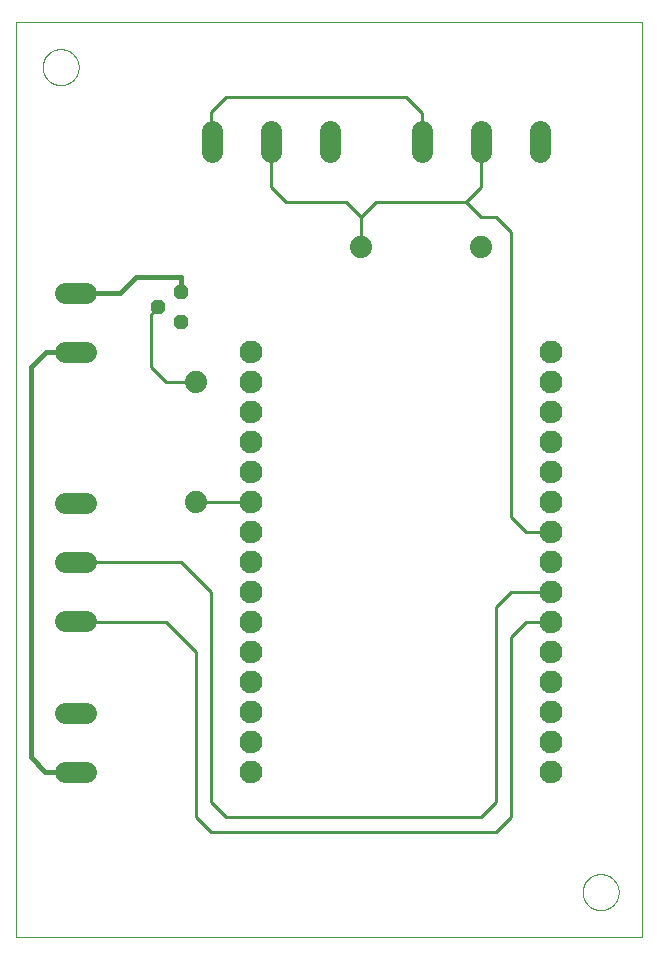
<source format=gtl>
G75*
%MOIN*%
%OFA0B0*%
%FSLAX25Y25*%
%IPPOS*%
%LPD*%
%AMOC8*
5,1,8,0,0,1.08239X$1,22.5*
%
%ADD10C,0.00000*%
%ADD11C,0.07050*%
%ADD12C,0.07400*%
%ADD13OC8,0.04800*%
%ADD14C,0.07600*%
%ADD15C,0.01600*%
%ADD16C,0.01000*%
D10*
X0001500Y0003000D02*
X0001500Y0307961D01*
X0210201Y0307961D01*
X0210201Y0003000D01*
X0001500Y0003000D01*
X0190500Y0018000D02*
X0190502Y0018154D01*
X0190508Y0018309D01*
X0190518Y0018463D01*
X0190532Y0018617D01*
X0190550Y0018770D01*
X0190571Y0018923D01*
X0190597Y0019076D01*
X0190627Y0019227D01*
X0190660Y0019378D01*
X0190698Y0019528D01*
X0190739Y0019677D01*
X0190784Y0019825D01*
X0190833Y0019971D01*
X0190886Y0020117D01*
X0190942Y0020260D01*
X0191002Y0020403D01*
X0191066Y0020543D01*
X0191133Y0020683D01*
X0191204Y0020820D01*
X0191278Y0020955D01*
X0191356Y0021089D01*
X0191437Y0021220D01*
X0191522Y0021349D01*
X0191610Y0021477D01*
X0191701Y0021601D01*
X0191795Y0021724D01*
X0191893Y0021844D01*
X0191993Y0021961D01*
X0192097Y0022076D01*
X0192203Y0022188D01*
X0192312Y0022297D01*
X0192424Y0022403D01*
X0192539Y0022507D01*
X0192656Y0022607D01*
X0192776Y0022705D01*
X0192899Y0022799D01*
X0193023Y0022890D01*
X0193151Y0022978D01*
X0193280Y0023063D01*
X0193411Y0023144D01*
X0193545Y0023222D01*
X0193680Y0023296D01*
X0193817Y0023367D01*
X0193957Y0023434D01*
X0194097Y0023498D01*
X0194240Y0023558D01*
X0194383Y0023614D01*
X0194529Y0023667D01*
X0194675Y0023716D01*
X0194823Y0023761D01*
X0194972Y0023802D01*
X0195122Y0023840D01*
X0195273Y0023873D01*
X0195424Y0023903D01*
X0195577Y0023929D01*
X0195730Y0023950D01*
X0195883Y0023968D01*
X0196037Y0023982D01*
X0196191Y0023992D01*
X0196346Y0023998D01*
X0196500Y0024000D01*
X0196654Y0023998D01*
X0196809Y0023992D01*
X0196963Y0023982D01*
X0197117Y0023968D01*
X0197270Y0023950D01*
X0197423Y0023929D01*
X0197576Y0023903D01*
X0197727Y0023873D01*
X0197878Y0023840D01*
X0198028Y0023802D01*
X0198177Y0023761D01*
X0198325Y0023716D01*
X0198471Y0023667D01*
X0198617Y0023614D01*
X0198760Y0023558D01*
X0198903Y0023498D01*
X0199043Y0023434D01*
X0199183Y0023367D01*
X0199320Y0023296D01*
X0199455Y0023222D01*
X0199589Y0023144D01*
X0199720Y0023063D01*
X0199849Y0022978D01*
X0199977Y0022890D01*
X0200101Y0022799D01*
X0200224Y0022705D01*
X0200344Y0022607D01*
X0200461Y0022507D01*
X0200576Y0022403D01*
X0200688Y0022297D01*
X0200797Y0022188D01*
X0200903Y0022076D01*
X0201007Y0021961D01*
X0201107Y0021844D01*
X0201205Y0021724D01*
X0201299Y0021601D01*
X0201390Y0021477D01*
X0201478Y0021349D01*
X0201563Y0021220D01*
X0201644Y0021089D01*
X0201722Y0020955D01*
X0201796Y0020820D01*
X0201867Y0020683D01*
X0201934Y0020543D01*
X0201998Y0020403D01*
X0202058Y0020260D01*
X0202114Y0020117D01*
X0202167Y0019971D01*
X0202216Y0019825D01*
X0202261Y0019677D01*
X0202302Y0019528D01*
X0202340Y0019378D01*
X0202373Y0019227D01*
X0202403Y0019076D01*
X0202429Y0018923D01*
X0202450Y0018770D01*
X0202468Y0018617D01*
X0202482Y0018463D01*
X0202492Y0018309D01*
X0202498Y0018154D01*
X0202500Y0018000D01*
X0202498Y0017846D01*
X0202492Y0017691D01*
X0202482Y0017537D01*
X0202468Y0017383D01*
X0202450Y0017230D01*
X0202429Y0017077D01*
X0202403Y0016924D01*
X0202373Y0016773D01*
X0202340Y0016622D01*
X0202302Y0016472D01*
X0202261Y0016323D01*
X0202216Y0016175D01*
X0202167Y0016029D01*
X0202114Y0015883D01*
X0202058Y0015740D01*
X0201998Y0015597D01*
X0201934Y0015457D01*
X0201867Y0015317D01*
X0201796Y0015180D01*
X0201722Y0015045D01*
X0201644Y0014911D01*
X0201563Y0014780D01*
X0201478Y0014651D01*
X0201390Y0014523D01*
X0201299Y0014399D01*
X0201205Y0014276D01*
X0201107Y0014156D01*
X0201007Y0014039D01*
X0200903Y0013924D01*
X0200797Y0013812D01*
X0200688Y0013703D01*
X0200576Y0013597D01*
X0200461Y0013493D01*
X0200344Y0013393D01*
X0200224Y0013295D01*
X0200101Y0013201D01*
X0199977Y0013110D01*
X0199849Y0013022D01*
X0199720Y0012937D01*
X0199589Y0012856D01*
X0199455Y0012778D01*
X0199320Y0012704D01*
X0199183Y0012633D01*
X0199043Y0012566D01*
X0198903Y0012502D01*
X0198760Y0012442D01*
X0198617Y0012386D01*
X0198471Y0012333D01*
X0198325Y0012284D01*
X0198177Y0012239D01*
X0198028Y0012198D01*
X0197878Y0012160D01*
X0197727Y0012127D01*
X0197576Y0012097D01*
X0197423Y0012071D01*
X0197270Y0012050D01*
X0197117Y0012032D01*
X0196963Y0012018D01*
X0196809Y0012008D01*
X0196654Y0012002D01*
X0196500Y0012000D01*
X0196346Y0012002D01*
X0196191Y0012008D01*
X0196037Y0012018D01*
X0195883Y0012032D01*
X0195730Y0012050D01*
X0195577Y0012071D01*
X0195424Y0012097D01*
X0195273Y0012127D01*
X0195122Y0012160D01*
X0194972Y0012198D01*
X0194823Y0012239D01*
X0194675Y0012284D01*
X0194529Y0012333D01*
X0194383Y0012386D01*
X0194240Y0012442D01*
X0194097Y0012502D01*
X0193957Y0012566D01*
X0193817Y0012633D01*
X0193680Y0012704D01*
X0193545Y0012778D01*
X0193411Y0012856D01*
X0193280Y0012937D01*
X0193151Y0013022D01*
X0193023Y0013110D01*
X0192899Y0013201D01*
X0192776Y0013295D01*
X0192656Y0013393D01*
X0192539Y0013493D01*
X0192424Y0013597D01*
X0192312Y0013703D01*
X0192203Y0013812D01*
X0192097Y0013924D01*
X0191993Y0014039D01*
X0191893Y0014156D01*
X0191795Y0014276D01*
X0191701Y0014399D01*
X0191610Y0014523D01*
X0191522Y0014651D01*
X0191437Y0014780D01*
X0191356Y0014911D01*
X0191278Y0015045D01*
X0191204Y0015180D01*
X0191133Y0015317D01*
X0191066Y0015457D01*
X0191002Y0015597D01*
X0190942Y0015740D01*
X0190886Y0015883D01*
X0190833Y0016029D01*
X0190784Y0016175D01*
X0190739Y0016323D01*
X0190698Y0016472D01*
X0190660Y0016622D01*
X0190627Y0016773D01*
X0190597Y0016924D01*
X0190571Y0017077D01*
X0190550Y0017230D01*
X0190532Y0017383D01*
X0190518Y0017537D01*
X0190508Y0017691D01*
X0190502Y0017846D01*
X0190500Y0018000D01*
X0010500Y0293000D02*
X0010502Y0293154D01*
X0010508Y0293309D01*
X0010518Y0293463D01*
X0010532Y0293617D01*
X0010550Y0293770D01*
X0010571Y0293923D01*
X0010597Y0294076D01*
X0010627Y0294227D01*
X0010660Y0294378D01*
X0010698Y0294528D01*
X0010739Y0294677D01*
X0010784Y0294825D01*
X0010833Y0294971D01*
X0010886Y0295117D01*
X0010942Y0295260D01*
X0011002Y0295403D01*
X0011066Y0295543D01*
X0011133Y0295683D01*
X0011204Y0295820D01*
X0011278Y0295955D01*
X0011356Y0296089D01*
X0011437Y0296220D01*
X0011522Y0296349D01*
X0011610Y0296477D01*
X0011701Y0296601D01*
X0011795Y0296724D01*
X0011893Y0296844D01*
X0011993Y0296961D01*
X0012097Y0297076D01*
X0012203Y0297188D01*
X0012312Y0297297D01*
X0012424Y0297403D01*
X0012539Y0297507D01*
X0012656Y0297607D01*
X0012776Y0297705D01*
X0012899Y0297799D01*
X0013023Y0297890D01*
X0013151Y0297978D01*
X0013280Y0298063D01*
X0013411Y0298144D01*
X0013545Y0298222D01*
X0013680Y0298296D01*
X0013817Y0298367D01*
X0013957Y0298434D01*
X0014097Y0298498D01*
X0014240Y0298558D01*
X0014383Y0298614D01*
X0014529Y0298667D01*
X0014675Y0298716D01*
X0014823Y0298761D01*
X0014972Y0298802D01*
X0015122Y0298840D01*
X0015273Y0298873D01*
X0015424Y0298903D01*
X0015577Y0298929D01*
X0015730Y0298950D01*
X0015883Y0298968D01*
X0016037Y0298982D01*
X0016191Y0298992D01*
X0016346Y0298998D01*
X0016500Y0299000D01*
X0016654Y0298998D01*
X0016809Y0298992D01*
X0016963Y0298982D01*
X0017117Y0298968D01*
X0017270Y0298950D01*
X0017423Y0298929D01*
X0017576Y0298903D01*
X0017727Y0298873D01*
X0017878Y0298840D01*
X0018028Y0298802D01*
X0018177Y0298761D01*
X0018325Y0298716D01*
X0018471Y0298667D01*
X0018617Y0298614D01*
X0018760Y0298558D01*
X0018903Y0298498D01*
X0019043Y0298434D01*
X0019183Y0298367D01*
X0019320Y0298296D01*
X0019455Y0298222D01*
X0019589Y0298144D01*
X0019720Y0298063D01*
X0019849Y0297978D01*
X0019977Y0297890D01*
X0020101Y0297799D01*
X0020224Y0297705D01*
X0020344Y0297607D01*
X0020461Y0297507D01*
X0020576Y0297403D01*
X0020688Y0297297D01*
X0020797Y0297188D01*
X0020903Y0297076D01*
X0021007Y0296961D01*
X0021107Y0296844D01*
X0021205Y0296724D01*
X0021299Y0296601D01*
X0021390Y0296477D01*
X0021478Y0296349D01*
X0021563Y0296220D01*
X0021644Y0296089D01*
X0021722Y0295955D01*
X0021796Y0295820D01*
X0021867Y0295683D01*
X0021934Y0295543D01*
X0021998Y0295403D01*
X0022058Y0295260D01*
X0022114Y0295117D01*
X0022167Y0294971D01*
X0022216Y0294825D01*
X0022261Y0294677D01*
X0022302Y0294528D01*
X0022340Y0294378D01*
X0022373Y0294227D01*
X0022403Y0294076D01*
X0022429Y0293923D01*
X0022450Y0293770D01*
X0022468Y0293617D01*
X0022482Y0293463D01*
X0022492Y0293309D01*
X0022498Y0293154D01*
X0022500Y0293000D01*
X0022498Y0292846D01*
X0022492Y0292691D01*
X0022482Y0292537D01*
X0022468Y0292383D01*
X0022450Y0292230D01*
X0022429Y0292077D01*
X0022403Y0291924D01*
X0022373Y0291773D01*
X0022340Y0291622D01*
X0022302Y0291472D01*
X0022261Y0291323D01*
X0022216Y0291175D01*
X0022167Y0291029D01*
X0022114Y0290883D01*
X0022058Y0290740D01*
X0021998Y0290597D01*
X0021934Y0290457D01*
X0021867Y0290317D01*
X0021796Y0290180D01*
X0021722Y0290045D01*
X0021644Y0289911D01*
X0021563Y0289780D01*
X0021478Y0289651D01*
X0021390Y0289523D01*
X0021299Y0289399D01*
X0021205Y0289276D01*
X0021107Y0289156D01*
X0021007Y0289039D01*
X0020903Y0288924D01*
X0020797Y0288812D01*
X0020688Y0288703D01*
X0020576Y0288597D01*
X0020461Y0288493D01*
X0020344Y0288393D01*
X0020224Y0288295D01*
X0020101Y0288201D01*
X0019977Y0288110D01*
X0019849Y0288022D01*
X0019720Y0287937D01*
X0019589Y0287856D01*
X0019455Y0287778D01*
X0019320Y0287704D01*
X0019183Y0287633D01*
X0019043Y0287566D01*
X0018903Y0287502D01*
X0018760Y0287442D01*
X0018617Y0287386D01*
X0018471Y0287333D01*
X0018325Y0287284D01*
X0018177Y0287239D01*
X0018028Y0287198D01*
X0017878Y0287160D01*
X0017727Y0287127D01*
X0017576Y0287097D01*
X0017423Y0287071D01*
X0017270Y0287050D01*
X0017117Y0287032D01*
X0016963Y0287018D01*
X0016809Y0287008D01*
X0016654Y0287002D01*
X0016500Y0287000D01*
X0016346Y0287002D01*
X0016191Y0287008D01*
X0016037Y0287018D01*
X0015883Y0287032D01*
X0015730Y0287050D01*
X0015577Y0287071D01*
X0015424Y0287097D01*
X0015273Y0287127D01*
X0015122Y0287160D01*
X0014972Y0287198D01*
X0014823Y0287239D01*
X0014675Y0287284D01*
X0014529Y0287333D01*
X0014383Y0287386D01*
X0014240Y0287442D01*
X0014097Y0287502D01*
X0013957Y0287566D01*
X0013817Y0287633D01*
X0013680Y0287704D01*
X0013545Y0287778D01*
X0013411Y0287856D01*
X0013280Y0287937D01*
X0013151Y0288022D01*
X0013023Y0288110D01*
X0012899Y0288201D01*
X0012776Y0288295D01*
X0012656Y0288393D01*
X0012539Y0288493D01*
X0012424Y0288597D01*
X0012312Y0288703D01*
X0012203Y0288812D01*
X0012097Y0288924D01*
X0011993Y0289039D01*
X0011893Y0289156D01*
X0011795Y0289276D01*
X0011701Y0289399D01*
X0011610Y0289523D01*
X0011522Y0289651D01*
X0011437Y0289780D01*
X0011356Y0289911D01*
X0011278Y0290045D01*
X0011204Y0290180D01*
X0011133Y0290317D01*
X0011066Y0290457D01*
X0011002Y0290597D01*
X0010942Y0290740D01*
X0010886Y0290883D01*
X0010833Y0291029D01*
X0010784Y0291175D01*
X0010739Y0291323D01*
X0010698Y0291472D01*
X0010660Y0291622D01*
X0010627Y0291773D01*
X0010597Y0291924D01*
X0010571Y0292077D01*
X0010550Y0292230D01*
X0010532Y0292383D01*
X0010518Y0292537D01*
X0010508Y0292691D01*
X0010502Y0292846D01*
X0010500Y0293000D01*
D11*
X0017975Y0217843D02*
X0025025Y0217843D01*
X0025025Y0198157D02*
X0017975Y0198157D01*
X0017896Y0147685D02*
X0024946Y0147685D01*
X0024946Y0128000D02*
X0017896Y0128000D01*
X0017896Y0108315D02*
X0024946Y0108315D01*
X0025025Y0077843D02*
X0017975Y0077843D01*
X0017975Y0058157D02*
X0025025Y0058157D01*
X0066815Y0264554D02*
X0066815Y0271604D01*
X0086500Y0271604D02*
X0086500Y0264554D01*
X0106185Y0264554D02*
X0106185Y0271604D01*
X0136815Y0271604D02*
X0136815Y0264554D01*
X0156500Y0264554D02*
X0156500Y0271604D01*
X0176185Y0271604D02*
X0176185Y0264554D01*
D12*
X0156500Y0233000D03*
X0116500Y0233000D03*
X0061500Y0188000D03*
X0061500Y0148000D03*
D13*
X0056500Y0208000D03*
X0049000Y0213000D03*
X0056500Y0218000D03*
D14*
X0079787Y0197961D03*
X0079787Y0187961D03*
X0079787Y0177961D03*
X0079787Y0167961D03*
X0079787Y0157961D03*
X0079787Y0147961D03*
X0079787Y0137961D03*
X0079787Y0127961D03*
X0079787Y0117961D03*
X0079787Y0107961D03*
X0079787Y0097961D03*
X0079787Y0087961D03*
X0079787Y0077961D03*
X0079787Y0067961D03*
X0079787Y0057961D03*
X0179807Y0057961D03*
X0179807Y0067961D03*
X0179807Y0077961D03*
X0179807Y0087961D03*
X0179807Y0097961D03*
X0179807Y0107961D03*
X0179807Y0117961D03*
X0179807Y0127961D03*
X0179807Y0137961D03*
X0179807Y0147961D03*
X0179807Y0157961D03*
X0179807Y0167961D03*
X0179807Y0177961D03*
X0179807Y0187961D03*
X0179807Y0197961D03*
D15*
X0056500Y0218000D02*
X0056500Y0223000D01*
X0041500Y0223000D01*
X0036343Y0217843D01*
X0021500Y0217843D01*
X0021500Y0198157D02*
X0021343Y0198000D01*
X0011500Y0198000D01*
X0006500Y0193000D01*
X0006500Y0063000D01*
X0011343Y0058157D01*
X0021500Y0058157D01*
D16*
X0021736Y0108000D02*
X0021421Y0108315D01*
X0021736Y0108000D02*
X0051500Y0108000D01*
X0061500Y0098000D01*
X0061500Y0043000D01*
X0066500Y0038000D01*
X0161500Y0038000D01*
X0166500Y0043000D01*
X0166500Y0103000D01*
X0171461Y0107961D01*
X0179807Y0107961D01*
X0179807Y0117961D02*
X0166461Y0117961D01*
X0161500Y0113000D01*
X0161500Y0048000D01*
X0156500Y0043000D01*
X0071500Y0043000D01*
X0066500Y0048000D01*
X0066500Y0118000D01*
X0056500Y0128000D01*
X0021421Y0128000D01*
X0061500Y0148000D02*
X0061539Y0147961D01*
X0079787Y0147961D01*
X0061500Y0188000D02*
X0051500Y0188000D01*
X0046500Y0193000D01*
X0046500Y0210500D01*
X0049000Y0213000D01*
X0086500Y0253000D02*
X0086500Y0268079D01*
X0086500Y0253000D02*
X0091500Y0248000D01*
X0111500Y0248000D01*
X0116500Y0243000D01*
X0116500Y0233000D01*
X0116500Y0243000D02*
X0121500Y0248000D01*
X0151500Y0248000D01*
X0156500Y0243000D01*
X0161500Y0243000D01*
X0166500Y0238000D01*
X0166500Y0143000D01*
X0171539Y0137961D01*
X0179807Y0137961D01*
X0151500Y0248000D02*
X0156500Y0253000D01*
X0156500Y0268079D01*
X0136815Y0268079D02*
X0136815Y0277685D01*
X0131500Y0283000D01*
X0071500Y0283000D01*
X0066500Y0278000D01*
X0066500Y0268394D01*
X0066815Y0268079D01*
M02*

</source>
